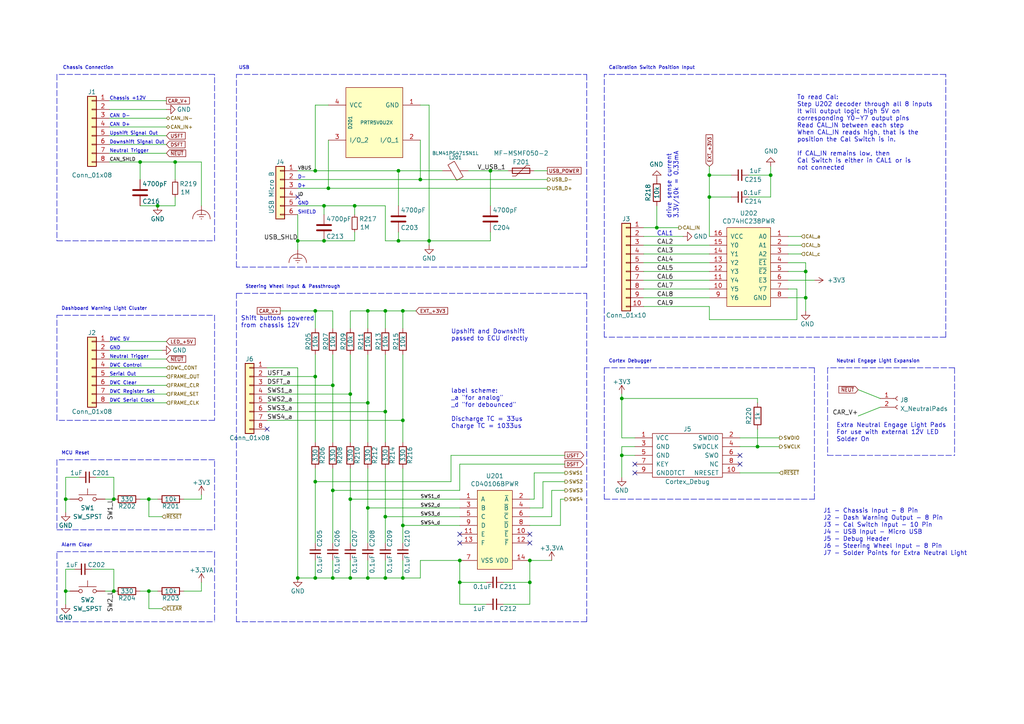
<source format=kicad_sch>
(kicad_sch (version 20211123) (generator eeschema)
  (paper "A4")
  (junction (at 106.68 147.32))
  (junction (at 45.72 59.69))
  (junction (at 43.18 171.45))
  (junction (at 106.68 90.17))
  (junction (at 106.68 167.64))
  (junction (at 33.02 171.45))
  (junction (at 219.71 129.54))
  (junction (at 91.44 90.17))
  (junction (at 93.98 59.69))
  (junction (at 124.46 69.85))
  (junction (at 111.76 119.38))
  (junction (at 111.76 167.64))
  (junction (at 153.67 162.56))
  (junction (at 116.84 167.64))
  (junction (at 115.57 69.85))
  (junction (at 96.52 111.76))
  (junction (at 205.74 50.8))
  (junction (at 101.6 167.64))
  (junction (at 180.34 132.08))
  (junction (at 233.68 86.36))
  (junction (at 116.84 152.4))
  (junction (at 233.68 78.74))
  (junction (at 102.87 59.69))
  (junction (at 19.05 144.78))
  (junction (at 96.52 142.24))
  (junction (at 116.84 121.92))
  (junction (at 91.44 139.7))
  (junction (at 96.52 167.64))
  (junction (at 101.6 144.78))
  (junction (at 43.18 144.78))
  (junction (at 121.92 52.07))
  (junction (at 111.76 90.17))
  (junction (at 180.34 115.57))
  (junction (at 111.76 149.86))
  (junction (at 133.35 162.56))
  (junction (at 95.25 54.61))
  (junction (at 223.52 50.8))
  (junction (at 101.6 114.3))
  (junction (at 116.84 90.17))
  (junction (at 205.74 57.15))
  (junction (at 91.44 49.53))
  (junction (at 19.05 171.45))
  (junction (at 91.44 109.22))
  (junction (at 93.98 69.85))
  (junction (at 142.24 49.53))
  (junction (at 91.44 167.64))
  (junction (at 50.8 46.99))
  (junction (at 40.64 46.99))
  (junction (at 33.02 144.78))
  (junction (at 153.67 168.91))
  (junction (at 115.57 49.53))
  (junction (at 86.36 167.64))
  (junction (at 190.5 66.04))
  (junction (at 86.36 69.85))
  (junction (at 133.35 168.91))
  (junction (at 106.68 116.84))
  (no_connect (at 133.35 157.48))
  (no_connect (at 214.63 132.08))
  (no_connect (at 133.35 154.94))
  (no_connect (at 86.36 57.15))
  (no_connect (at 184.15 134.62))
  (no_connect (at 184.15 137.16))
  (no_connect (at 77.47 124.46))
  (no_connect (at 153.67 154.94))
  (no_connect (at 153.67 157.48))
  (no_connect (at 214.63 134.62))
  (wire (pts (xy 91.44 109.22) (xy 91.44 128.27)))
  (wire (pts (xy 31.75 29.21) (xy 48.26 29.21)))
  (wire (pts (xy 31.75 106.68) (xy 48.26 106.68)))
  (wire (pts (xy 111.76 135.89) (xy 111.76 149.86)))
  (wire (pts (xy 186.69 66.04) (xy 190.5 66.04)))
  (wire (pts (xy 186.69 86.36) (xy 205.74 86.36)))
  (wire (pts (xy 140.97 168.91) (xy 133.35 168.91)))
  (wire (pts (xy 93.98 59.69) (xy 102.87 59.69)))
  (wire (pts (xy 81.28 90.17) (xy 91.44 90.17)))
  (wire (pts (xy 91.44 139.7) (xy 130.81 139.7)))
  (wire (pts (xy 40.64 171.45) (xy 43.18 171.45)))
  (wire (pts (xy 101.6 102.87) (xy 101.6 114.3)))
  (wire (pts (xy 217.17 50.8) (xy 223.52 50.8)))
  (polyline (pts (xy 62.23 160.02) (xy 62.23 180.34)))
  (wire (pts (xy 121.92 52.07) (xy 121.92 40.64)))
  (wire (pts (xy 101.6 90.17) (xy 106.68 90.17)))
  (wire (pts (xy 205.74 57.15) (xy 205.74 50.8)))
  (polyline (pts (xy 274.32 97.79) (xy 274.32 21.59)))
  (polyline (pts (xy 62.23 69.85) (xy 62.23 21.59)))
  (wire (pts (xy 106.68 147.32) (xy 106.68 157.48)))
  (wire (pts (xy 116.84 152.4) (xy 116.84 157.48)))
  (polyline (pts (xy 236.22 144.78) (xy 236.22 106.68)))
  (wire (pts (xy 48.26 99.06) (xy 31.75 99.06)))
  (wire (pts (xy 142.24 59.69) (xy 142.24 49.53)))
  (polyline (pts (xy 16.51 69.85) (xy 62.23 69.85)))
  (wire (pts (xy 121.92 162.56) (xy 133.35 162.56)))
  (wire (pts (xy 231.14 83.82) (xy 231.14 92.71)))
  (wire (pts (xy 58.42 143.51) (xy 58.42 144.78)))
  (wire (pts (xy 101.6 135.89) (xy 101.6 144.78)))
  (wire (pts (xy 86.36 69.85) (xy 86.36 72.39)))
  (wire (pts (xy 106.68 116.84) (xy 106.68 128.27)))
  (wire (pts (xy 226.06 137.16) (xy 214.63 137.16)))
  (wire (pts (xy 77.47 106.68) (xy 86.36 106.68)))
  (wire (pts (xy 154.94 144.78) (xy 154.94 137.16)))
  (wire (pts (xy 154.94 144.78) (xy 153.67 144.78)))
  (wire (pts (xy 163.83 144.78) (xy 162.56 144.78)))
  (wire (pts (xy 130.81 132.08) (xy 130.81 139.7)))
  (wire (pts (xy 101.6 144.78) (xy 133.35 144.78)))
  (wire (pts (xy 58.42 168.91) (xy 58.42 171.45)))
  (wire (pts (xy 205.74 50.8) (xy 212.09 50.8)))
  (wire (pts (xy 95.25 40.64) (xy 95.25 54.61)))
  (wire (pts (xy 231.14 92.71) (xy 205.74 92.71)))
  (wire (pts (xy 106.68 90.17) (xy 106.68 95.25)))
  (polyline (pts (xy 175.26 97.79) (xy 175.26 21.59)))
  (wire (pts (xy 186.69 83.82) (xy 205.74 83.82)))
  (wire (pts (xy 96.52 135.89) (xy 96.52 142.24)))
  (wire (pts (xy 205.74 68.58) (xy 205.74 57.15)))
  (wire (pts (xy 102.87 59.69) (xy 111.76 59.69)))
  (wire (pts (xy 223.52 50.8) (xy 223.52 57.15)))
  (wire (pts (xy 77.47 109.22) (xy 91.44 109.22)))
  (wire (pts (xy 27.94 138.43) (xy 33.02 138.43)))
  (wire (pts (xy 154.94 49.53) (xy 158.75 49.53)))
  (polyline (pts (xy 175.26 144.78) (xy 236.22 144.78)))
  (wire (pts (xy 153.67 152.4) (xy 162.56 152.4)))
  (polyline (pts (xy 68.58 180.34) (xy 68.58 85.09)))
  (wire (pts (xy 190.5 59.69) (xy 190.5 66.04)))
  (wire (pts (xy 121.92 167.64) (xy 116.84 167.64)))
  (wire (pts (xy 31.75 31.75) (xy 48.26 31.75)))
  (polyline (pts (xy 276.86 106.68) (xy 240.03 106.68)))
  (polyline (pts (xy 170.18 85.09) (xy 170.18 180.34)))
  (polyline (pts (xy 175.26 106.68) (xy 175.26 144.78)))
  (wire (pts (xy 186.69 78.74) (xy 205.74 78.74)))
  (wire (pts (xy 86.36 54.61) (xy 95.25 54.61)))
  (wire (pts (xy 77.47 121.92) (xy 116.84 121.92)))
  (wire (pts (xy 133.35 142.24) (xy 133.35 134.62)))
  (wire (pts (xy 91.44 102.87) (xy 91.44 109.22)))
  (wire (pts (xy 96.52 142.24) (xy 133.35 142.24)))
  (wire (pts (xy 226.06 127) (xy 214.63 127)))
  (wire (pts (xy 212.09 57.15) (xy 205.74 57.15)))
  (wire (pts (xy 233.68 86.36) (xy 233.68 78.74)))
  (polyline (pts (xy 16.51 91.44) (xy 62.23 91.44)))
  (wire (pts (xy 184.15 132.08) (xy 180.34 132.08)))
  (wire (pts (xy 140.97 175.26) (xy 133.35 175.26)))
  (wire (pts (xy 186.69 73.66) (xy 205.74 73.66)))
  (wire (pts (xy 86.36 49.53) (xy 91.44 49.53)))
  (wire (pts (xy 96.52 128.27) (xy 96.52 111.76)))
  (wire (pts (xy 19.05 144.78) (xy 19.05 148.59)))
  (wire (pts (xy 77.47 116.84) (xy 106.68 116.84)))
  (wire (pts (xy 45.72 59.69) (xy 50.8 59.69)))
  (wire (pts (xy 31.75 109.22) (xy 48.26 109.22)))
  (wire (pts (xy 163.83 132.08) (xy 130.81 132.08)))
  (wire (pts (xy 19.05 171.45) (xy 19.05 175.26)))
  (polyline (pts (xy 62.23 153.67) (xy 62.23 133.35)))
  (wire (pts (xy 180.34 115.57) (xy 180.34 114.3)))
  (polyline (pts (xy 16.51 153.67) (xy 62.23 153.67)))
  (wire (pts (xy 153.67 168.91) (xy 153.67 175.26)))
  (wire (pts (xy 77.47 114.3) (xy 101.6 114.3)))
  (wire (pts (xy 77.47 111.76) (xy 96.52 111.76)))
  (wire (pts (xy 31.75 116.84) (xy 48.26 116.84)))
  (wire (pts (xy 162.56 144.78) (xy 162.56 152.4)))
  (wire (pts (xy 226.06 129.54) (xy 219.71 129.54)))
  (wire (pts (xy 91.44 167.64) (xy 91.44 162.56)))
  (wire (pts (xy 111.76 149.86) (xy 133.35 149.86)))
  (polyline (pts (xy 16.51 133.35) (xy 16.51 153.67)))
  (wire (pts (xy 91.44 49.53) (xy 115.57 49.53)))
  (wire (pts (xy 31.75 111.76) (xy 48.26 111.76)))
  (polyline (pts (xy 62.23 121.92) (xy 16.51 121.92)))
  (wire (pts (xy 248.92 113.03) (xy 255.27 115.57)))
  (wire (pts (xy 21.59 165.1) (xy 19.05 165.1)))
  (polyline (pts (xy 62.23 133.35) (xy 16.51 133.35)))
  (wire (pts (xy 186.69 76.2) (xy 205.74 76.2)))
  (wire (pts (xy 86.36 69.85) (xy 93.98 69.85)))
  (polyline (pts (xy 240.03 132.08) (xy 276.86 132.08)))
  (wire (pts (xy 223.52 48.26) (xy 223.52 50.8)))
  (wire (pts (xy 50.8 57.15) (xy 50.8 59.69)))
  (wire (pts (xy 121.92 167.64) (xy 121.92 162.56)))
  (wire (pts (xy 160.02 142.24) (xy 163.83 142.24)))
  (wire (pts (xy 180.34 127) (xy 180.34 115.57)))
  (wire (pts (xy 102.87 67.31) (xy 102.87 69.85)))
  (wire (pts (xy 233.68 76.2) (xy 228.6 76.2)))
  (wire (pts (xy 93.98 62.23) (xy 93.98 59.69)))
  (wire (pts (xy 116.84 135.89) (xy 116.84 152.4)))
  (wire (pts (xy 95.25 30.48) (xy 91.44 30.48)))
  (wire (pts (xy 40.64 144.78) (xy 43.18 144.78)))
  (wire (pts (xy 102.87 62.23) (xy 102.87 59.69)))
  (wire (pts (xy 233.68 86.36) (xy 228.6 86.36)))
  (polyline (pts (xy 236.22 106.68) (xy 175.26 106.68)))
  (wire (pts (xy 58.42 59.69) (xy 58.42 46.99)))
  (wire (pts (xy 111.76 90.17) (xy 111.76 95.25)))
  (wire (pts (xy 116.84 90.17) (xy 116.84 95.25)))
  (wire (pts (xy 205.74 92.71) (xy 205.74 88.9)))
  (wire (pts (xy 30.48 171.45) (xy 33.02 171.45)))
  (polyline (pts (xy 274.32 21.59) (xy 175.26 21.59)))
  (wire (pts (xy 43.18 176.53) (xy 46.99 176.53)))
  (wire (pts (xy 91.44 139.7) (xy 91.44 157.48)))
  (wire (pts (xy 19.05 165.1) (xy 19.05 171.45)))
  (polyline (pts (xy 16.51 121.92) (xy 16.51 91.44)))
  (polyline (pts (xy 16.51 180.34) (xy 62.23 180.34)))
  (wire (pts (xy 111.76 59.69) (xy 111.76 69.85)))
  (wire (pts (xy 153.67 149.86) (xy 160.02 149.86)))
  (wire (pts (xy 111.76 162.56) (xy 111.76 167.64)))
  (wire (pts (xy 86.36 59.69) (xy 93.98 59.69)))
  (wire (pts (xy 111.76 167.64) (xy 106.68 167.64)))
  (wire (pts (xy 48.26 36.83) (xy 31.75 36.83)))
  (wire (pts (xy 106.68 135.89) (xy 106.68 147.32)))
  (wire (pts (xy 101.6 162.56) (xy 101.6 167.64)))
  (wire (pts (xy 106.68 162.56) (xy 106.68 167.64)))
  (wire (pts (xy 86.36 52.07) (xy 121.92 52.07)))
  (wire (pts (xy 228.6 78.74) (xy 233.68 78.74)))
  (wire (pts (xy 121.92 52.07) (xy 158.75 52.07)))
  (wire (pts (xy 184.15 129.54) (xy 180.34 129.54)))
  (polyline (pts (xy 16.51 180.34) (xy 16.51 160.02)))
  (polyline (pts (xy 170.18 180.34) (xy 68.58 180.34)))
  (wire (pts (xy 228.6 71.12) (xy 232.41 71.12)))
  (wire (pts (xy 198.12 68.58) (xy 186.69 68.58)))
  (wire (pts (xy 196.85 66.04) (xy 190.5 66.04)))
  (wire (pts (xy 50.8 46.99) (xy 50.8 52.07)))
  (wire (pts (xy 124.46 30.48) (xy 124.46 69.85)))
  (wire (pts (xy 116.84 152.4) (xy 133.35 152.4)))
  (wire (pts (xy 133.35 134.62) (xy 163.83 134.62)))
  (polyline (pts (xy 62.23 91.44) (xy 62.23 121.92)))
  (wire (pts (xy 115.57 67.31) (xy 115.57 69.85)))
  (wire (pts (xy 40.64 46.99) (xy 50.8 46.99)))
  (wire (pts (xy 111.76 69.85) (xy 115.57 69.85)))
  (wire (pts (xy 111.76 102.87) (xy 111.76 119.38)))
  (wire (pts (xy 91.44 30.48) (xy 91.44 49.53)))
  (wire (pts (xy 186.69 71.12) (xy 205.74 71.12)))
  (wire (pts (xy 101.6 90.17) (xy 101.6 95.25)))
  (wire (pts (xy 219.71 124.46) (xy 219.71 129.54)))
  (polyline (pts (xy 276.86 106.68) (xy 276.86 132.08)))
  (wire (pts (xy 111.76 90.17) (xy 116.84 90.17)))
  (wire (pts (xy 93.98 69.85) (xy 102.87 69.85)))
  (wire (pts (xy 120.65 90.17) (xy 116.84 90.17)))
  (wire (pts (xy 48.26 39.37) (xy 31.75 39.37)))
  (wire (pts (xy 101.6 167.64) (xy 96.52 167.64)))
  (wire (pts (xy 31.75 46.99) (xy 40.64 46.99)))
  (wire (pts (xy 31.75 34.29) (xy 48.26 34.29)))
  (polyline (pts (xy 68.58 85.09) (xy 170.18 85.09)))
  (wire (pts (xy 232.41 73.66) (xy 228.6 73.66)))
  (wire (pts (xy 232.41 68.58) (xy 228.6 68.58)))
  (wire (pts (xy 43.18 171.45) (xy 45.72 171.45)))
  (wire (pts (xy 186.69 88.9) (xy 205.74 88.9)))
  (wire (pts (xy 233.68 90.17) (xy 233.68 86.36)))
  (wire (pts (xy 106.68 90.17) (xy 111.76 90.17)))
  (wire (pts (xy 146.05 168.91) (xy 153.67 168.91)))
  (wire (pts (xy 133.35 175.26) (xy 133.35 168.91)))
  (wire (pts (xy 43.18 171.45) (xy 43.18 176.53)))
  (wire (pts (xy 124.46 69.85) (xy 124.46 71.12)))
  (polyline (pts (xy 170.18 21.59) (xy 170.18 77.47)))
  (wire (pts (xy 91.44 139.7) (xy 91.44 135.89)))
  (polyline (pts (xy 16.51 160.02) (xy 62.23 160.02)))
  (wire (pts (xy 53.34 171.45) (xy 58.42 171.45)))
  (wire (pts (xy 219.71 116.84) (xy 219.71 115.57)))
  (wire (pts (xy 91.44 90.17) (xy 91.44 95.25)))
  (wire (pts (xy 96.52 90.17) (xy 96.52 95.25)))
  (wire (pts (xy 96.52 167.64) (xy 91.44 167.64)))
  (wire (pts (xy 86.36 62.23) (xy 86.36 69.85)))
  (wire (pts (xy 96.52 162.56) (xy 96.52 167.64)))
  (wire (pts (xy 101.6 144.78) (xy 101.6 157.48)))
  (wire (pts (xy 96.52 111.76) (xy 96.52 102.87)))
  (wire (pts (xy 31.75 114.3) (xy 48.26 114.3)))
  (wire (pts (xy 153.67 162.56) (xy 160.02 162.56)))
  (wire (pts (xy 31.75 41.91) (xy 48.26 41.91)))
  (wire (pts (xy 20.32 171.45) (xy 19.05 171.45)))
  (wire (pts (xy 96.52 157.48) (xy 96.52 142.24)))
  (wire (pts (xy 30.48 144.78) (xy 33.02 144.78)))
  (wire (pts (xy 33.02 165.1) (xy 33.02 171.45)))
  (wire (pts (xy 228.6 83.82) (xy 231.14 83.82)))
  (wire (pts (xy 106.68 102.87) (xy 106.68 116.84)))
  (wire (pts (xy 77.47 119.38) (xy 111.76 119.38)))
  (wire (pts (xy 205.74 48.26) (xy 205.74 50.8)))
  (wire (pts (xy 115.57 49.53) (xy 115.57 59.69)))
  (wire (pts (xy 106.68 167.64) (xy 101.6 167.64)))
  (wire (pts (xy 86.36 106.68) (xy 86.36 167.64)))
  (wire (pts (xy 116.84 121.92) (xy 116.84 128.27)))
  (wire (pts (xy 26.67 165.1) (xy 33.02 165.1)))
  (wire (pts (xy 115.57 69.85) (xy 124.46 69.85)))
  (wire (pts (xy 186.69 81.28) (xy 205.74 81.28)))
  (wire (pts (xy 121.92 30.48) (xy 124.46 30.48)))
  (wire (pts (xy 180.34 129.54) (xy 180.34 132.08)))
  (wire (pts (xy 116.84 167.64) (xy 111.76 167.64)))
  (wire (pts (xy 33.02 138.43) (xy 33.02 144.78)))
  (wire (pts (xy 219.71 115.57) (xy 180.34 115.57)))
  (wire (pts (xy 236.22 81.28) (xy 228.6 81.28)))
  (wire (pts (xy 157.48 139.7) (xy 163.83 139.7)))
  (wire (pts (xy 111.76 119.38) (xy 111.76 128.27)))
  (wire (pts (xy 19.05 144.78) (xy 20.32 144.78)))
  (wire (pts (xy 153.67 147.32) (xy 157.48 147.32)))
  (wire (pts (xy 40.64 46.99) (xy 40.64 52.07)))
  (wire (pts (xy 43.18 149.86) (xy 46.99 149.86)))
  (wire (pts (xy 233.68 78.74) (xy 233.68 76.2)))
  (wire (pts (xy 115.57 49.53) (xy 128.27 49.53)))
  (polyline (pts (xy 68.58 77.47) (xy 68.58 21.59)))
  (wire (pts (xy 91.44 90.17) (xy 96.52 90.17)))
  (wire (pts (xy 124.46 69.85) (xy 142.24 69.85)))
  (wire (pts (xy 106.68 147.32) (xy 133.35 147.32)))
  (wire (pts (xy 53.34 144.78) (xy 58.42 144.78)))
  (wire (pts (xy 43.18 144.78) (xy 45.72 144.78)))
  (wire (pts (xy 19.05 144.78) (xy 19.05 138.43)))
  (wire (pts (xy 95.25 54.61) (xy 158.75 54.61)))
  (wire (pts (xy 133.35 168.91) (xy 133.35 162.56)))
  (wire (pts (xy 19.05 138.43) (xy 22.86 138.43)))
  (wire (pts (xy 142.24 69.85) (xy 142.24 67.31)))
  (wire (pts (xy 219.71 129.54) (xy 214.63 129.54)))
  (wire (pts (xy 40.64 59.69) (xy 45.72 59.69)))
  (wire (pts (xy 116.84 162.56) (xy 116.84 167.64)))
  (wire (pts (xy 116.84 102.87) (xy 116.84 121.92)))
  (wire (pts (xy 180.34 132.08) (xy 180.34 138.43)))
  (polyline (pts (xy 240.03 106.68) (xy 240.03 132.08)))
  (wire (pts (xy 101.6 114.3) (xy 101.6 128.27)))
  (wire (pts (xy 157.48 147.32) (xy 157.48 139.7)))
  (wire (pts (xy 58.42 46.99) (xy 50.8 46.99)))
  (wire (pts (xy 43.18 144.78) (xy 43.18 149.86)))
  (wire (pts (xy 154.94 137.16) (xy 163.83 137.16)))
  (wire (pts (xy 142.24 49.53) (xy 147.32 49.53)))
  (wire (pts (xy 153.67 175.26) (xy 146.05 175.26)))
  (wire (pts (xy 248.92 120.65) (xy 255.27 118.11)))
  (wire (pts (xy 153.67 162.56) (xy 153.67 168.91)))
  (wire (pts (xy 217.17 57.15) (xy 223.52 57.15)))
  (wire (pts (xy 184.15 127) (xy 180.34 127)))
  (wire (pts (xy 48.26 44.45) (xy 31.75 44.45)))
  (polyline (pts (xy 16.51 21.59) (xy 16.51 69.85)))
  (polyline (pts (xy 62.23 21.59) (xy 16.51 21.59)))
  (wire (pts (xy 111.76 149.86) (xy 111.76 157.48)))
  (polyline (pts (xy 274.32 97.79) (xy 175.26 97.79)))
  (polyline (pts (xy 68.58 21.59) (xy 170.18 21.59)))
  (polyline (pts (xy 170.18 77.47) (xy 68.58 77.47)))
  (wire (pts (xy 86.36 167.64) (xy 91.44 167.64)))
  (wire (pts (xy 160.02 149.86) (xy 160.02 142.24)))
  (wire (pts (xy 31.75 101.6) (xy 46.99 101.6)))
  (wire (pts (xy 135.89 49.53) (xy 142.24 49.53)))
  (wire (pts (xy 31.75 104.14) (xy 48.26 104.14)))
  (text "D+" (at 86.36 54.61 0) (effects (font (size 0.9906 0.9906)) (justify left bottom)))
  (text "To read Cal:\nStep U202 decoder through all 8 inputs\nIt will output logic high 5V on\ncorresponding Y0-Y7 output pins\nRead CAL_IN between each step\nWhen CAL_IN reads high, that is the\nposition the Cal Switch is in.\n\nIf CAL_IN remains low, then\nCal Switch is either in CAL1 or is\nnot connected" (at 231.14 49.53 0) (effects (font (size 1.27 1.27)) (justify left bottom)))
  (text "Alarm Clear" (at 17.78 158.75 0) (effects (font (size 0.9906 0.9906)) (justify left bottom)))
  (text "DWC Clear" (at 31.75 111.76 0) (effects (font (size 0.9906 0.9906)) (justify left bottom)))
  (text "Neutral Engage Light Expansion" (at 242.57 105.41 0) (effects (font (size 0.9906 0.9906)) (justify left bottom)))
  (text "Downshift Signal Out" (at 31.75 41.91 0) (effects (font (size 0.9906 0.9906)) (justify left bottom)))
  (text "Cortex Debugger" (at 176.53 105.41 0) (effects (font (size 0.9906 0.9906)) (justify left bottom)))
  (text "Serial Out" (at 31.75 109.22 0) (effects (font (size 0.9906 0.9906)) (justify left bottom)))
  (text "label scheme:\n_a \"for analog\"\n_d \"for debounced\"\n\nDischarge TC = 33us\nCharge TC = 1033us" (at 130.81 124.46 0) (effects (font (size 1.27 1.27)) (justify left bottom)))
  (text "Chassis Connection" (at 33.02 20.32 180) (effects (font (size 0.9906 0.9906)) (justify right bottom)))
  (text "CAL1" (at 190.5 68.58 0) (effects (font (size 1.27 1.27)) (justify left bottom)))
  (text "DWC Control" (at 31.75 106.68 0) (effects (font (size 0.9906 0.9906)) (justify left bottom)))
  (text "Upshift and Downshift\npassed to ECU directly" (at 130.81 99.06 0) (effects (font (size 1.27 1.27)) (justify left bottom)))
  (text "Dashboard Warning Light Cluster" (at 17.78 90.17 0) (effects (font (size 0.9906 0.9906)) (justify left bottom)))
  (text "Neutral Trigger" (at 31.75 104.14 0) (effects (font (size 0.9906 0.9906)) (justify left bottom)))
  (text "D-" (at 86.36 52.07 0) (effects (font (size 0.9906 0.9906)) (justify left bottom)))
  (text "DWC Serial Clock" (at 31.75 116.84 0) (effects (font (size 0.9906 0.9906)) (justify left bottom)))
  (text "GND" (at 86.36 59.69 0) (effects (font (size 0.9906 0.9906)) (justify left bottom)))
  (text "Upshift Signal Out" (at 31.75 39.37 0) (effects (font (size 0.9906 0.9906)) (justify left bottom)))
  (text "GND" (at 31.75 101.6 0) (effects (font (size 0.9906 0.9906)) (justify left bottom)))
  (text "Extra Neutral Engage Light Pads\nFor use with external 12V LED\nSolder On" (at 242.57 128.27 0) (effects (font (size 1.27 1.27)) (justify left bottom)))
  (text "Shift buttons powered\nfrom chassis 12V" (at 69.85 95.25 0) (effects (font (size 1.27 1.27)) (justify left bottom)))
  (text "DWC Register Set" (at 31.75 114.3 0) (effects (font (size 0.9906 0.9906)) (justify left bottom)))
  (text "J1 - Chassis Input - 8 Pin\nJ2 - Dash Warning Output - 8 Pin\nJ3 - Cal Switch Input - 10 Pin\nJ4 - USB Input - Micro USB\nJ5 - Debug Header\nJ6 - Steering Wheel Input - 8 Pin\nJ7 - Solder Points for Extra Neutral Light" (at 238.76 161.29 0) (effects (font (size 1.27 1.27)) (justify left bottom)))
  (text "DWC 5V" (at 31.75 99.06 0) (effects (font (size 0.9906 0.9906)) (justify left bottom)))
  (text "USB" (at 72.39 20.32 180) (effects (font (size 0.9906 0.9906)) (justify right bottom)))
  (text "drive sense current\n3.3V/10k = 0.33mA" (at 196.85 63.5 90) (effects (font (size 1.27 1.27)) (justify left bottom)))
  (text "Steering Wheel Input & Passthrough" (at 71.12 83.82 0) (effects (font (size 0.9906 0.9906)) (justify left bottom)))
  (text "Neutral Trigger" (at 31.75 44.45 0) (effects (font (size 0.9906 0.9906)) (justify left bottom)))
  (text "SHIELD" (at 86.36 62.23 0) (effects (font (size 0.9906 0.9906)) (justify left bottom)))
  (text "Chassis +12V" (at 31.75 29.21 0) (effects (font (size 0.9906 0.9906)) (justify left bottom)))
  (text "CAN D+" (at 31.75 36.83 0) (effects (font (size 0.9906 0.9906)) (justify left bottom)))
  (text "MCU Reset" (at 17.78 132.08 0) (effects (font (size 0.9906 0.9906)) (justify left bottom)))
  (text "Calibration Switch Position Input" (at 176.53 20.32 0) (effects (font (size 0.9906 0.9906)) (justify left bottom)))
  (text "CAN D-" (at 31.75 34.29 0) (effects (font (size 0.9906 0.9906)) (justify left bottom)))
  (label "SWS4_d" (at 121.92 152.4 0) (effects (font (size 0.9906 0.9906))))
  (label "SWS3_d" (at 121.92 149.86 0) (effects (font (size 0.9906 0.9906))))
  (label "CAL9" (at 190.5 88.9 0))
  (label "CAN_SHLD" (at 39.37 46.99 180) (effects (font (size 0.9906 0.9906))))
  (label "CAL4" (at 190.5 76.2 0))
  (label "DSFT_a" (at 77.47 111.76 0))
  (label "CAL3" (at 190.5 73.66 0))
  (label "SW2_L" (at 33.02 171.45 270))
  (label "SWS2_d" (at 121.92 147.32 0) (effects (font (size 0.9906 0.9906))))
  (label "CAL2" (at 190.5 71.12 0))
  (label "CAL6" (at 190.5 81.28 0))
  (label "USB_SHLD" (at 86.36 69.85 180))
  (label "SWS1_d" (at 121.92 144.78 0) (effects (font (size 0.9906 0.9906))))
  (label "SWS4_a" (at 77.47 121.92 0))
  (label "CAL5" (at 190.5 78.74 0))
  (label "V_USB_1" (at 138.43 49.53 0))
  (label "VBUS" (at 86.36 49.53 0) (effects (font (size 0.9906 0.9906))))
  (label "SW1_L" (at 33.02 144.78 270))
  (label "ID" (at 86.36 57.15 0) (effects (font (size 0.9906 0.9906))))
  (label "CAL8" (at 190.5 86.36 0))
  (label "SWS1_a" (at 77.47 114.3 0))
  (label "CAR_V+" (at 248.92 120.65 180))
  (label "SWS2_a" (at 77.47 116.84 0))
  (label "SWS3_a" (at 77.47 119.38 0))
  (label "USFT_a" (at 77.47 109.22 0))
  (label "CAL7" (at 190.5 83.82 0))
  (global_label "~{NEUT}" (shape input) (at 248.92 113.03 180) (effects (font (size 0.9906 0.9906))) (property "Intersheet References" "${INTERSHEET_REFS}" (effects hide)))
  (global_label "EXT_+3V3" (shape input) (at 120.65 90.17 0) (effects (font (size 0.9906 0.9906))) (property "Intersheet References" "${INTERSHEET_REFS}" (effects hide)))
  (global_label "USFT" (shape input) (at 48.26 39.37 0) (effects (font (size 0.9906 0.9906))) (property "Intersheet References" "${INTERSHEET_REFS}" (effects hide)))
  (global_label "USFT" (shape output) (at 163.83 132.08 0) (effects (font (size 0.9906 0.9906))) (property "Intersheet References" "${INTERSHEET_REFS}" (effects hide)))
  (global_label "~{NEUT}" (shape input) (at 48.26 44.45 0) (effects (font (size 0.9906 0.9906))) (property "Intersheet References" "${INTERSHEET_REFS}" (effects hide)))
  (global_label "USB_POWER" (shape passive) (at 158.75 49.53 0) (effects (font (size 0.9906 0.9906))) (property "Intersheet References" "${INTERSHEET_REFS}" (effects hide)))
  (global_label "EXT_+3V3" (shape input) (at 205.74 48.26 90) (effects (font (size 0.9906 0.9906))) (property "Intersheet References" "${INTERSHEET_REFS}" (effects hide)))
  (global_label "LED_+5V" (shape input) (at 48.26 99.06 0) (effects (font (size 0.9906 0.9906))) (property "Intersheet References" "${INTERSHEET_REFS}" (effects hide)))
  (global_label "DSFT" (shape output) (at 163.83 134.62 0) (effects (font (size 0.9906 0.9906))) (property "Intersheet References" "${INTERSHEET_REFS}" (effects hide)))
  (global_label "CAR_V+" (shape passive) (at 48.26 29.21 0) (effects (font (size 0.9906 0.9906))) (property "Intersheet References" "${INTERSHEET_REFS}" (effects hide)))
  (global_label "DSFT" (shape input) (at 48.26 41.91 0) (effects (font (size 0.9906 0.9906))) (property "Intersheet References" "${INTERSHEET_REFS}" (effects hide)))
  (global_label "~{NEUT}" (shape input) (at 48.26 104.14 0) (effects (font (size 0.9906 0.9906))) (property "Intersheet References" "${INTERSHEET_REFS}" (effects hide)))
  (global_label "CAR_V+" (shape passive) (at 81.28 90.17 180) (effects (font (size 0.9906 0.9906))) (property "Intersheet References" "${INTERSHEET_REFS}" (effects hide)))
  (hierarchical_label "USB_D+" (shape output) (at 158.75 54.61 0) (effects (font (size 0.9906 0.9906))))
  (hierarchical_label "DWC_CONT" (shape input) (at 48.26 106.68 0) (effects (font (size 0.9906 0.9906))))
  (hierarchical_label "CAL_a" (shape input) (at 232.41 68.58 0) (effects (font (size 0.9906 0.9906))))
  (hierarchical_label "CAL_IN" (shape output) (at 196.85 66.04 0) (effects (font (size 0.9906 0.9906))))
  (hierarchical_label "SWS3" (shape output) (at 163.83 142.24 0) (effects (font (size 0.9906 0.9906))))
  (hierarchical_label "SWDIO" (shape output) (at 226.06 127 0) (effects (font (size 0.9906 0.9906))))
  (hierarchical_label "~{RESET}" (shape input) (at 226.06 137.16 0) (effects (font (size 0.9906 0.9906))))
  (hierarchical_label "FRAME_SET" (shape input) (at 48.26 114.3 0) (effects (font (size 0.9906 0.9906))))
  (hierarchical_label "SWS1" (shape output) (at 163.83 137.16 0) (effects (font (size 0.9906 0.9906))))
  (hierarchical_label "CAN_IN+" (shape bidirectional) (at 48.26 36.83 0) (effects (font (size 0.9906 0.9906))))
  (hierarchical_label "FRAME_CLR" (shape input) (at 48.26 111.76 0) (effects (font (size 0.9906 0.9906))))
  (hierarchical_label "CAL_c" (shape input) (at 232.41 73.66 0) (effects (font (size 0.9906 0.9906))))
  (hierarchical_label "FRAME_CLK" (shape input) (at 48.26 116.84 0) (effects (font (size 0.9906 0.9906))))
  (hierarchical_label "FRAME_OUT" (shape input) (at 48.26 109.22 0) (effects (font (size 0.9906 0.9906))))
  (hierarchical_label "CAN_IN-" (shape bidirectional) (at 48.26 34.29 0) (effects (font (size 0.9906 0.9906))))
  (hierarchical_label "SWS4" (shape output) (at 163.83 144.78 0) (effects (font (size 0.9906 0.9906))))
  (hierarchical_label "SWS2" (shape output) (at 163.83 139.7 0) (effects (font (size 0.9906 0.9906))))
  (hierarchical_label "USB_D-" (shape output) (at 158.75 52.07 0) (effects (font (size 0.9906 0.9906))))
  (hierarchical_label "SWCLK" (shape output) (at 226.06 129.54 0) (effects (font (size 0.9906 0.9906))))
  (hierarchical_label "~{CLEAR}" (shape input) (at 46.99 176.53 0) (effects (font (size 0.9906 0.9906))))
  (hierarchical_label "~{RESET}" (shape input) (at 46.99 149.86 0) (effects (font (size 0.9906 0.9906))))
  (hierarchical_label "CAL_b" (shape input) (at 232.41 71.12 0) (effects (font (size 0.9906 0.9906))))
  (symbol (lib_id "Connector_Generic:Conn_01x08") (at 26.67 36.83 0) (mirror y) (unit 1)
    (property "Reference" "J1" (at 26.67 26.67 0))
    (property "Value" "Conn_01x08" (at 26.67 50.8 0))
    (property "Datasheet" "https://media.digikey.com/pdf/Data%20Sheets/Molex%20PDFs/171856,57_Brief.pdf" (effects hide))
    (property "Description" "CONN HEADER R/A 8POS 2.54MM" (effects hide))
    (property "Manufacturer" "Molex" (effects hide))
    (property "Part Number" "1718571008" (effects hide))
    (property "Digikey P/N" "WM10303-ND" (effects hide))
  )
  (symbol (lib_id "power:GND") (at 48.26 31.75 90) (unit 1)
    (property "Reference" "#PWR0204" (effects hide))
    (property "Value" "GND" (at 53.34 31.75 90))
  )
  (symbol (lib_id "Connector_Generic:Conn_01x08") (at 26.67 106.68 0) (mirror y) (unit 1)
    (property "Reference" "J2" (at 26.67 96.52 0))
    (property "Value" "Conn_01x08" (at 26.67 119.38 0))
    (property "Datasheet" "https://media.digikey.com/pdf/Data%20Sheets/Molex%20PDFs/171856,57_Brief.pdf" (effects hide))
    (property "Description" "CONN HEADER R/A 8POS 2.54MM" (effects hide))
    (property "Manufacturer" "Molex" (effects hide))
    (property "Part Number" "1718571008" (effects hide))
    (property "Digikey P/N" "WM10303-ND" (effects hide))
  )
  (symbol (lib_id "power:GND") (at 46.99 101.6 90) (unit 1)
    (property "Reference" "#PWR0203" (effects hide))
    (property "Value" "GND" (at 52.07 101.6 90))
  )
  (symbol (lib_id "power:GND") (at 19.05 148.59 0) (unit 1)
    (property "Reference" "#PWR0201" (effects hide))
    (property "Value" "GND" (at 19.05 152.4 0))
  )
  (symbol (lib_id "power:GND") (at 19.05 175.26 0) (unit 1)
    (property "Reference" "#PWR0202" (effects hide))
    (property "Value" "GND" (at 19.05 179.07 0))
  )
  (symbol (lib_id "Device:R") (at 49.53 171.45 270) (unit 1)
    (property "Reference" "R203" (at 49.53 173.482 90))
    (property "Value" "10k" (at 49.53 171.45 90))
    (property "Datasheet" "https://www.seielect.com/catalog/sei-rmcf_rmcp.pdf" (effects hide))
    (property "Description" "RES 10K OHM 5% 1/10W 0603" (effects hide))
    (property "Manufacturer" "Stackpole" (effects hide))
    (property "Part Number" "RMCF0603JT10K0" (effects hide))
    (property "Digikey P/N" "RMCF0603JT10K0CT-ND" (effects hide))
  )
  (symbol (lib_id "Device:R") (at 36.83 171.45 270) (unit 1)
    (property "Reference" "R204" (at 36.83 173.482 90))
    (property "Value" "330" (at 36.83 171.45 90))
    (property "Datasheet" "https://www.seielect.com/catalog/sei-rmcf_rmcp.pdf" (effects hide))
    (property "Description" "RES 330 OHM 5% 1/10W 0603" (effects hide))
    (property "Manufacturer" "Stackpole" (effects hide))
    (property "Part Number" "RMCF0603JT330R" (effects hide))
    (property "Digikey P/N" "RMCF0603JT330RCT-ND" (effects hide))
  )
  (symbol (lib_id "power:+3.3V") (at 58.42 143.51 0) (unit 1)
    (property "Reference" "#PWR0205" (effects hide))
    (property "Value" "+3.3V" (at 58.42 139.954 0))
  )
  (symbol (lib_id "FSAE-Main-Panel-rescue:Conn_01x06-conn") (at 81.28 54.61 0) (mirror y) (unit 1)
    (property "Reference" "J4" (at 81.28 46.99 0))
    (property "Value" "USB Micro B" (at 78.74 55.88 90))
    (property "Datasheet" "https://www.amphenol-icc.com/media/wysiwyg/files/drawing/10118192.pdf" (effects hide))
    (property "Description" "CONN RCPT USB2.0 MICRO B SMD R/A" (effects hide))
    (property "Manufacturer" "Amphenol" (effects hide))
    (property "Part Number" "10118192-0001LF" (effects hide))
    (property "Digikey P/N" "609-4613-1-ND" (effects hide))
  )
  (symbol (lib_id "power:GND") (at 124.46 71.12 0) (mirror y) (unit 1)
    (property "Reference" "#PWR0209" (effects hide))
    (property "Value" "GND" (at 124.46 74.93 0))
  )
  (symbol (lib_id "FSAE-Main-Panel-rescue:Ferrite_Bead-Device") (at 132.08 49.53 270) (mirror x) (unit 1)
    (property "Reference" "L201" (at 132.08 45.72 90) (effects (font (size 0.9906 0.9906))))
    (property "Value" "BLM41PG471SN1L" (at 132.08 44.45 90) (effects (font (size 0.9906 0.9906))))
    (property "Datasheet" "https://www.murata.com/en-us/products/productdata/8796739862558/ENFA0007.pdf" (effects hide))
    (property "Description" "FERRITE BEAD 470 OHM 1806 1LN" (effects hide))
    (property "Part Number" "BLM41PG471SN1L" (effects hide))
    (property "Digikey P/N" "490-1060-1-ND" (effects hide))
    (property "Manufacturer" "Murata" (effects hide))
  )
  (symbol (lib_id "Device:C") (at 115.57 63.5 0) (mirror x) (unit 1)
    (property "Reference" "C203" (at 116.205 66.04 0) (effects (justify left)))
    (property "Value" "4700pF" (at 116.205 60.96 0) (effects (justify left)))
    (property "Datasheet" "https://api.kemet.com/component-edge/download/specsheet/C0603C472K5RACAUTO.pdf" (effects hide))
    (property "Description" "CAP CER 4700PF 50V X7R 0603" (effects hide))
    (property "Manufacturer" "KEMET" (effects hide))
    (property "Part Number" "C0603C472K5RACAUTO" (effects hide))
    (property "Digikey P/N" "399-6896-1-ND" (effects hide))
  )
  (symbol (lib_id "Device:C") (at 142.24 63.5 0) (mirror x) (unit 1)
    (property "Reference" "C204" (at 142.875 66.04 0) (effects (justify left)))
    (property "Value" "4700pF" (at 142.875 60.96 0) (effects (justify left)))
    (property "Datasheet" "https://api.kemet.com/component-edge/download/specsheet/C0603C472K5RACAUTO.pdf" (effects hide))
    (property "Description" "CAP CER 4700PF 50V X7R 0603" (effects hide))
    (property "Manufacturer" "KEMET" (effects hide))
    (property "Part Number" "C0603C472K5RACAUTO" (effects hide))
    (property "Digikey P/N" "399-6896-1-ND" (effects hide))
  )
  (symbol (lib_id "prtr5v0u2x:PRTR5V0U2X") (at 109.22 35.56 90) (mirror x) (unit 1)
    (property "Reference" "D201" (at 101.6 35.56 0) (effects (font (size 0.9906 0.9906))))
    (property "Value" "PRTR5V0U2X" (at 109.22 35.56 90) (effects (font (size 0.9906 0.9906))))
    (property "Datasheet" "https://assets.nexperia.com/documents/data-sheet/PRTR5V0U2X.pdf" (effects hide))
    (property "Description" "ESD Protection Diode" (effects hide))
    (property "Part Number" "PRTR5V0U2X,215" (effects hide))
    (property "Manufacturer" "Nexperia" (effects hide))
    (property "Digikey P/N" "1727-3884-1-ND" (effects hide))
  )
  (symbol (lib_id "Device:Polyfuse") (at 151.13 49.53 270) (unit 1)
    (property "Reference" "F201" (at 151.13 46.99 90))
    (property "Value" "MF-MSMF050-2" (at 151.13 44.45 90))
    (property "Datasheet" "https://www.bourns.com/docs/Product-Datasheets/mfmsmf.pdf" (effects hide))
    (property "Description" "500mA Resettable Fuse 1812" (effects hide))
    (property "Part Number" "MF-MSMF050-2" (effects hide))
    (property "Manufacturer" "Bourns" (effects hide))
    (property "Digikey P/N" "IRLML6402PBFCT-ND" (effects hide))
  )
  (symbol (lib_id "cortex_debug:Cortex_Debug") (at 199.39 132.08 0) (unit 1)
    (property "Reference" "J5" (at 199.39 124.46 0))
    (property "Value" "Cortex_Debug" (at 199.39 139.7 0))
    (property "Datasheet" "https://cdn.amphenol-icc.com/media/wysiwyg/files/drawing/20021111.pdf" (effects hide))
    (property "Description" "CONN HEADER VERT 10POS 1.27MM" (effects hide))
    (property "Manufacturer" "Amphenol" (effects hide))
    (property "Part Number" "20021111-00010T4LF" (effects hide))
    (property "Digikey P/N" "609-3712-ND" (effects hide))
  )
  (symbol (lib_id "power:+3.3V") (at 180.34 114.3 0) (unit 1)
    (property "Reference" "#PWR0207" (effects hide))
    (property "Value" "+3.3V" (at 180.34 110.744 0))
  )
  (symbol (lib_id "power:GND") (at 180.34 138.43 0) (unit 1)
    (property "Reference" "#PWR0208" (effects hide))
    (property "Value" "GND" (at 180.34 142.24 0))
  )
  (symbol (lib_id "Connector_Generic:Conn_01x10") (at 181.61 76.2 0) (mirror y) (unit 1)
    (property "Reference" "J3" (at 181.61 63.5 0))
    (property "Value" "Conn_01x10" (at 181.61 91.44 0))
    (property "Datasheet" "https://media.digikey.com/pdf/Data%20Sheets/Molex%20PDFs/171856,57_Brief.pdf" (effects hide))
    (property "Description" "CONN HEADER R/A 10POS 2.54MM" (effects hide))
    (property "Manufacturer" "Molex" (effects hide))
    (property "Part Number" "0022122104" (effects hide))
    (property "Digikey P/N" "WM2719-ND" (effects hide))
  )
  (symbol (lib_id "Connector_Generic:Conn_01x08") (at 72.39 114.3 0) (mirror y) (unit 1)
    (property "Reference" "J6" (at 72.39 104.14 0))
    (property "Value" "Conn_01x08" (at 72.39 127 0))
    (property "Datasheet" "https://media.digikey.com/pdf/Data%20Sheets/Molex%20PDFs/171856,57_Brief.pdf" (effects hide))
    (property "Description" "CONN HEADER R/A 8POS 2.54MM" (effects hide))
    (property "Manufacturer" "Molex" (effects hide))
    (property "Part Number" "1718571008" (effects hide))
    (property "Digikey P/N" "WM10303-ND" (effects hide))
  )
  (symbol (lib_id "Device:C_Small") (at 116.84 160.02 0) (unit 1)
    (property "Reference" "C210" (at 118.11 158.75 90) (effects (justify left)))
    (property "Value" "0.1uF" (at 118.11 166.37 90) (effects (justify left)))
    (property "Datasheet" "https://api.kemet.com/component-edge/download/specsheet/C0603C104K5RACAUTO.pdf" (effects hide))
    (property "Description" "CAP CER 0.1UF 50V X7R 0603" (effects hide))
    (property "Manufacturer" "KEMET" (effects hide))
    (property "Part Number" "C0603C104K5RACAUTO" (effects hide))
    (property "Digikey P/N" "399-6856-1-ND" (effects hide))
  )
  (symbol (lib_id "Device:C_Small") (at 25.4 138.43 270) (unit 1)
    (property "Reference" "C201" (at 26.67 137.16 90) (effects (justify left)))
    (property "Value" "1uF" (at 20.32 137.16 90) (effects (justify left)))
    (property "Datasheet" "https://api.kemet.com/component-edge/download/specsheet/C0603C472K5RACAUTO.pdf" (effects hide))
    (property "Description" "CAP CER 0603 1UF 16V X7R 10%" (effects hide))
    (property "Manufacturer" "KEMET" (effects hide))
    (property "Part Number" "C0603C105K4RACAUTO" (effects hide))
    (property "Digikey P/N" "399-17704-1-ND" (effects hide))
  )
  (symbol (lib_id "Device:C_Small") (at 24.13 165.1 270) (unit 1)
    (property "Reference" "C202" (at 25.4 163.83 90) (effects (justify left)))
    (property "Value" "1uF" (at 19.05 163.83 90) (effects (justify left)))
    (property "Datasheet" "https://api.kemet.com/component-edge/download/specsheet/C0603C472K5RACAUTO.pdf" (effects hide))
    (property "Description" "CAP CER 0603 1UF 16V X7R 10%" (effects hide))
    (property "Manufacturer" "KEMET" (effects hide))
    (property "Part Number" "C0603C105K4RACAUTO" (effects hide))
    (property "Digikey P/N" "399-17704-1-ND" (effects hide))
  )
  (symbol (lib_id "Device:R") (at 36.83 144.78 270) (unit 1)
    (property "Reference" "R202" (at 36.83 146.812 90))
    (property "Value" "330" (at 36.83 144.78 90))
    (property "Datasheet" "https://www.seielect.com/catalog/sei-rmcf_rmcp.pdf" (effects hide))
    (property "Description" "RES 330 OHM 5% 1/10W 0603" (effects hide))
    (property "Manufacturer" "Stackpole" (effects hide))
    (property "Part Number" "RMCF0603JT330R" (effects hide))
    (property "Digikey P/N" "RMCF0603JT330RCT-ND" (effects hide))
  )
  (symbol (lib_id "Device:R") (at 49.53 144.78 270) (unit 1)
    (property "Reference" "R201" (at 49.53 146.812 90))
    (property "Value" "10k" (at 49.53 144.78 90))
    (property "Datasheet" "https://www.seielect.com/catalog/sei-rmcf_rmcp.pdf" (effects hide))
    (property "Description" "RES 10K OHM 5% 1/10W 0603" (effects hide))
    (property "Manufacturer" "Stackpole" (effects hide))
    (property "Part Number" "RMCF0603JT10K0" (effects hide))
    (property "Digikey P/N" "RMCF0603JT10K0CT-ND" (effects hide))
  )
  (symbol (lib_id "Device:R") (at 91.44 99.06 180) (unit 1)
    (property "Reference" "R205" (at 89.408 99.06 90))
    (property "Value" "10k" (at 91.44 99.06 90))
    (property "Datasheet" "https://www.seielect.com/catalog/sei-rmcf_rmcp.pdf" (effects hide))
    (property "Description" "RES 10K OHM 5% 1/10W 0603" (effects hide))
    (property "Manufacturer" "Stackpole" (effects hide))
    (property "Part Number" "RMCF0603JT10K0" (effects hide))
    (property "Digikey P/N" "RMCF0603JT10K0CT-ND" (effects hide))
  )
  (symbol (lib_id "Device:R") (at 96.52 99.06 180) (unit 1)
    (property "Reference" "R207" (at 94.488 99.06 90))
    (property "Value" "10k" (at 96.52 99.06 90))
    (property "Datasheet" "https://www.seielect.com/catalog/sei-rmcf_rmcp.pdf" (effects hide))
    (property "Description" "RES 10K OHM 5% 1/10W 0603" (effects hide))
    (property "Manufacturer" "Stackpole" (effects hide))
    (property "Part Number" "RMCF0603JT10K0" (effects hide))
    (property "Digikey P/N" "RMCF0603JT10K0CT-ND" (effects hide))
  )
  (symbol (lib_id "Device:R") (at 101.6 99.06 180) (unit 1)
    (property "Reference" "R209" (at 99.568 99.06 90))
    (property "Value" "10k" (at 101.6 99.06 90))
    (property "Datasheet" "https://www.seielect.com/catalog/sei-rmcf_rmcp.pdf" (effects hide))
    (property "Description" "RES 10K OHM 5% 1/10W 0603" (effects hide))
    (property "Manufacturer" "Stackpole" (effects hide))
    (property "Part Number" "RMCF0603JT10K0" (effects hide))
    (property "Digikey P/N" "RMCF0603JT10K0CT-ND" (effects hide))
  )
  (symbol (lib_id "Device:R") (at 106.68 99.06 180) (unit 1)
    (property "Reference" "R211" (at 104.648 99.06 90))
    (property "Value" "10k" (at 106.68 99.06 90))
    (property "Datasheet" "https://www.seielect.com/catalog/sei-rmcf_rmcp.pdf" (effects hide))
    (property "Description" "RES 10K OHM 5% 1/10W 0603" (effects hide))
    (property "Manufacturer" "Stackpole" (effects hide))
    (property "Part Number" "RMCF0603JT10K0" (effects hide))
    (property "Digikey P/N" "RMCF0603JT10K0CT-ND" (effects hide))
  )
  (symbol (lib_id "Device:R") (at 111.76 99.06 180) (unit 1)
    (property "Reference" "R213" (at 109.728 99.06 90))
    (property "Value" "10k" (at 111.76 99.06 90))
    (property "Datasheet" "https://www.seielect.com/catalog/sei-rmcf_rmcp.pdf" (effects hide))
    (property "Description" "RES 10K OHM 5% 1/10W 0603" (effects hide))
    (property "Manufacturer" "Stackpole" (effects hide))
    (property "Part Number" "RMCF0603JT10K0" (effects hide))
    (property "Digikey P/N" "RMCF0603JT10K0CT-ND" (effects hide))
  )
  (symbol (lib_id "Device:R") (at 116.84 99.06 180) (unit 1)
    (property "Reference" "R215" (at 114.808 99.06 90))
    (property "Value" "10k" (at 116.84 99.06 90))
    (property "Datasheet" "https://www.seielect.com/catalog/sei-rmcf_rmcp.pdf" (effects hide))
    (property "Description" "RES 10K OHM 5% 1/10W 0603" (effects hide))
    (property "Manufacturer" "Stackpole" (effects hide))
    (property "Part Number" "RMCF0603JT10K0" (effects hide))
    (property "Digikey P/N" "RMCF0603JT10K0CT-ND" (effects hide))
  )
  (symbol (lib_id "Device:R") (at 91.44 132.08 0) (unit 1)
    (property "Reference" "R206" (at 93.472 132.08 90))
    (property "Value" "330" (at 91.44 132.08 90))
    (property "Datasheet" "https://www.seielect.com/catalog/sei-rmcf_rmcp.pdf" (effects hide))
    (property "Description" "RES 330 OHM 5% 1/10W 0603" (effects hide))
    (property "Manufacturer" "Stackpole" (effects hide))
    (property "Part Number" "RMCF0603JT330R" (effects hide))
    (property "Digikey P/N" "RMCF0603JT330RCT-ND" (effects hide))
  )
  (symbol (lib_id "Device:R") (at 116.84 132.08 0) (unit 1)
    (property "Reference" "R216" (at 118.872 132.08 90))
    (property "Value" "330" (at 116.84 132.08 90))
    (property "Datasheet" "https://www.seielect.com/catalog/sei-rmcf_rmcp.pdf" (effects hide))
    (property "Description" "RES 330 OHM 5% 1/10W 0603" (effects hide))
    (property "Manufacturer" "Stackpole" (effects hide))
    (property "Part Number" "RMCF0603JT330R" (effects hide))
    (property "Digikey P/N" "RMCF0603JT330RCT-ND" (effects hide))
  )
  (symbol (lib_id "Device:R") (at 96.52 132.08 0) (unit 1)
    (property "Reference" "R208" (at 98.552 132.08 90))
    (property "Value" "330" (at 96.52 132.08 90))
    (property "Datasheet" "https://www.seielect.com/catalog/sei-rmcf_rmcp.pdf" (effects hide))
    (property "Description" "RES 330 OHM 5% 1/10W 0603" (effects hide))
    (property "Manufacturer" "Stackpole" (effects hide))
    (property "Part Number" "RMCF0603JT330R" (effects hide))
    (property "Digikey P/N" "RMCF0603JT330RCT-ND" (effects hide))
  )
  (symbol (lib_id "Device:R") (at 111.76 132.08 0) (unit 1)
    (property "Reference" "R214" (at 113.792 132.08 90))
    (property "Value" "330" (at 111.76 132.08 90))
    (property "Datasheet" "https://www.seielect.com/catalog/sei-rmcf_rmcp.pdf" (effects hide))
    (property "Description" "RES 330 OHM 5% 1/10W 0603" (effects hide))
    (property "Manufacturer" "Stackpole" (effects hide))
    (property "Part Number" "RMCF0603JT330R" (effects hide))
    (property "Digikey P/N" "RMCF0603JT330RCT-ND" (effects hide))
  )
  (symbol (lib_id "Device:R") (at 101.6 132.08 0) (unit 1)
    (property "Reference" "R210" (at 103.632 132.08 90))
    (property "Value" "330" (at 101.6 132.08 90))
    (property "Datasheet" "https://www.seielect.com/catalog/sei-rmcf_rmcp.pdf" (effects hide))
    (property "Description" "RES 330 OHM 5% 1/10W 0603" (effects hide))
    (property "Manufacturer" "Stackpole" (effects hide))
    (property "Part Number" "RMCF0603JT330R" (effects hide))
    (property "Digikey P/N" "RMCF0603JT330RCT-ND" (effects hide))
  )
  (symbol (lib_id "Device:R") (at 106.68 132.08 0) (unit 1)
    (property "Reference" "R212" (at 108.712 132.08 90))
    (property "Value" "330" (at 106.68 132.08 90))
    (property "Datasheet" "https://www.seielect.com/catalog/sei-rmcf_rmcp.pdf" (effects hide))
    (property "Description" "RES 330 OHM 5% 1/10W 0603" (effects hide))
    (property "Manufacturer" "Stackpole" (effects hide))
    (property "Part Number" "RMCF0603JT330R" (effects hide))
    (property "Digikey P/N" "RMCF0603JT330RCT-ND" (effects hide))
  )
  (symbol (lib_id "Device:C_Small") (at 111.76 160.02 0) (unit 1)
    (property "Reference" "C209" (at 113.03 158.75 90) (effects (justify left)))
    (property "Value" "0.1uF" (at 113.03 166.37 90) (effects (justify left)))
    (property "Datasheet" "https://api.kemet.com/component-edge/download/specsheet/C0603C104K5RACAUTO.pdf" (effects hide))
    (property "Description" "CAP CER 0.1UF 50V X7R 0603" (effects hide))
    (property "Manufacturer" "KEMET" (effects hide))
    (property "Part Number" "C0603C104K5RACAUTO" (effects hide))
    (property "Digikey P/N" "399-6856-1-ND" (effects hide))
  )
  (symbol (lib_id "Device:C_Small") (at 106.68 160.02 0) (unit 1)
    (property "Reference" "C208" (at 107.95 158.75 90) (effects (justify left)))
    (property "Value" "0.1uF" (at 107.95 166.37 90) (effects (justify left)))
    (property "Datasheet" "https://api.kemet.com/component-edge/download/specsheet/C0603C104K5RACAUTO.pdf" (effects hide))
    (property "Description" "CAP CER 0.1UF 50V X7R 0603" (effects hide))
    (property "Manufacturer" "KEMET" (effects hide))
    (property "Part Number" "C0603C104K5RACAUTO" (effects hide))
    (property "Digikey P/N" "399-6856-1-ND" (effects hide))
  )
  (symbol (lib_id "Device:C_Small") (at 101.6 160.02 0) (unit 1)
    (property "Reference" "C207" (at 102.87 158.75 90) (effects (justify left)))
    (property "Value" "0.1uF" (at 102.87 166.37 90) (effects (justify left)))
    (property "Datasheet" "https://api.kemet.com/component-edge/download/specsheet/C0603C104K5RACAUTO.pdf" (effects hide))
    (property "Description" "CAP CER 0.1UF 50V X7R 0603" (effects hide))
    (property "Manufacturer" "KEMET" (effects hide))
    (property "Part Number" "C0603C104K5RACAUTO" (effects hide))
    (property "Digikey P/N" "399-6856-1-ND" (effects hide))
  )
  (symbol (lib_id "Device:C_Small") (at 96.52 160.02 0) (unit 1)
    (property "Reference" "C206" (at 97.79 158.75 90) (effects (justify left)))
    (property "Value" "0.1uF" (at 97.79 166.37 90) (effects (justify left)))
    (property "Datasheet" "https://api.kemet.com/component-edge/download/specsheet/C0603C104K5RACAUTO.pdf" (effects hide))
    (property "Description" "CAP CER 0.1UF 50V X7R 0603" (effects hide))
    (property "Manufacturer" "KEMET" (effects hide))
    (property "Part Number" "C0603C104K5RACAUTO" (effects hide))
    (property "Digikey P/N" "399-6856-1-ND" (effects hide))
  )
  (symbol (lib_id "Device:C_Small") (at 91.44 160.02 0) (unit 1)
    (property "Reference" "C205" (at 92.71 158.75 90) (effects (justify left)))
    (property "Value" "0.1uF" (at 92.71 166.37 90) (effects (justify left)))
    (property "Datasheet" "https://api.kemet.com/component-edge/download/specsheet/C0603C104K5RACAUTO.pdf" (effects hide))
    (property "Description" "CAP CER 0.1UF 50V X7R 0603" (effects hide))
    (property "Manufacturer" "KEMET" (effects hide))
    (property "Part Number" "C0603C104K5RACAUTO" (effects hide))
    (property "Digikey P/N" "399-6856-1-ND" (effects hide))
  )
  (symbol (lib_id "FSAE2020:CD40106BPWR") (at 143.51 152.4 0) (unit 1)
    (property "Reference" "U201" (at 143.51 138.049 0))
    (property "Value" "CD40106BPWR" (at 143.51 140.3604 0))
    (property "Datasheet" "https://www.ti.com/lit/ds/symlink/cd40106b.pdf" (effects hide))
    (property "Description" "Inverter IC 6 Channel Schmitt Trigger 14-TSSOP" (effects hide))
    (property "Digikey P/N" "296-14082-1-ND" (effects hide))
    (property "Manufacturer" "TI" (effects hide))
    (property "Part Number" "CD40106BPWR" (effects hide))
  )
  (symbol (lib_id "Device:C_Small") (at 143.51 168.91 270) (unit 1)
    (property "Reference" "C211" (at 144.78 170.18 90) (effects (justify left)))
    (property "Value" "0.1uF" (at 137.16 170.18 90) (effects (justify left)))
    (property "Datasheet" "https://api.kemet.com/component-edge/download/specsheet/C0603C104K5RACAUTO.pdf" (effects hide))
    (property "Description" "CAP CER 0.1UF 50V X7R 0603" (effects hide))
    (property "Manufacturer" "KEMET" (effects hide))
    (property "Part Number" "C0603C104K5RACAUTO" (effects hide))
    (property "Digikey P/N" "399-6856-1-ND" (effects hide))
  )
  (symbol (lib_id "Device:C_Small") (at 143.51 175.26 270) (unit 1)
    (property "Reference" "C212" (at 144.78 176.53 90) (effects (justify left)))
    (property "Value" "1uF" (at 137.16 176.53 90) (effects (justify left)))
    (property "Datasheet" "https://api.kemet.com/component-edge/download/specsheet/C0603C472K5RACAUTO.pdf" (effects hide))
    (property "Description" "CAP CER 0603 1UF 16V X7R 10%" (effects hide))
    (property "Manufacturer" "KEMET" (effects hide))
    (property "Part Number" "C0603C105K4RACAUTO" (effects hide))
    (property "Digikey P/N" "399-17704-1-ND" (effects hide))
  )
  (symbol (lib_id "Switch:SW_Push") (at 25.4 171.45 0) (unit 1)
    (property "Reference" "SW2" (at 25.4 173.99 0))
    (property "Value" "SW_SPST" (at 25.4 176.53 0))
    (property "Datasheet" "https://dznh3ojzb2azq.cloudfront.net/products/Tactile/PTS125/documents/datasheet.pdf" (effects hide))
    (property "Description" "SWITCH TACTILE SPST-NO 0.05A 12V" (effects hide))
    (property "Digikey P/N" "CKN9139-ND" (effects hide))
    (property "Manufacturer" "C&K" (effects hide))
    (property "Part Number" "PTS125SK43-2 LFS" (effects hide))
  )
  (symbol (lib_id "Switch:SW_Push") (at 25.4 144.78 0) (unit 1)
    (property "Reference" "SW1" (at 25.4 147.32 0))
    (property "Value" "SW_SPST" (at 25.4 149.86 0))
    (property "Datasheet" "https://dznh3ojzb2azq.cloudfront.net/products/Tactile/PTS125/documents/datasheet.pdf" (effects hide))
    (property "Description" "SWITCH TACTILE SPST-NO 0.05A 12V" (effects hide))
    (property "Digikey P/N" "CKN9139-ND" (effects hide))
    (property "Manufacturer" "C&K" (effects hide))
    (property "Part Number" "PTS125SK43-2 LFS" (effects hide))
  )
  (symbol (lib_id "Device:C") (at 93.98 66.04 0) (mirror x) (unit 1)
    (property "Reference" "C213" (at 94.615 68.58 0) (effects (justify left)))
    (property "Value" "4700pF" (at 94.615 63.5 0) (effects (justify left)))
    (property "Datasheet" "https://api.kemet.com/component-edge/download/specsheet/C0603C472K5RACAUTO.pdf" (effects hide))
    (property "Description" "CAP CER 4700PF 50V X7R 0603" (effects hide))
    (property "Manufacturer" "KEMET" (effects hide))
    (property "Part Number" "C0603C472K5RACAUTO" (effects hide))
    (property "Digikey P/N" "399-6896-1-ND" (effects hide))
  )
  (symbol (lib_id "Device:R_Small") (at 102.87 64.77 0) (unit 1)
    (property "Reference" "R217" (at 104.14 63.5 0) (effects (justify left)))
    (property "Value" "1M" (at 104.3686 65.913 0) (effects (justify left)))
    (property "Datasheet" "https://www.seielect.com/catalog/sei-rmcf_rmcp.pdf" (effects hide))
    (property "Description" "RES 1M OHM 5% 1/10W 0603" (effects hide))
    (property "Digikey P/N" "RMCF0603JT1M00CT-ND" (effects hide))
    (property "Manufacturer" "Stackpole" (effects hide))
    (property "Part Number" "RMCF0603JT1M00" (effects hide))
  )
  (symbol (lib_id "Device:C_Small") (at 214.63 57.15 90) (unit 1)
    (property "Reference" "C214" (at 220.98 58.42 90) (effects (justify left)))
    (property "Value" "0.1uF" (at 220.98 55.88 90) (effects (justify left)))
    (property "Datasheet" "https://api.kemet.com/component-edge/download/specsheet/C0603C104K5RACAUTO.pdf" (effects hide))
    (property "Description" "CAP CER 0.1UF 50V X7R 0603" (effects hide))
    (property "Manufacturer" "KEMET" (effects hide))
    (property "Part Number" "C0603C104K5RACAUTO" (effects hide))
    (property "Digikey P/N" "399-6856-1-ND" (effects hide))
  )
  (symbol (lib_id "Device:C_Small") (at 214.63 50.8 90) (unit 1)
    (property "Reference" "C215" (at 220.98 52.07 90) (effects (justify left)))
    (property "Value" "1uF" (at 220.98 49.53 90) (effects (justify left)))
    (property "Datasheet" "https://api.kemet.com/component-edge/download/specsheet/C0603C472K5RACAUTO.pdf" (effects hide))
    (property "Description" "CAP CER 0603 1UF 16V X7R 10%" (effects hide))
    (property "Manufacturer" "KEMET" (effects hide))
    (property "Part Number" "C0603C105K4RACAUTO" (effects hide))
    (property "Digikey P/N" "399-17704-1-ND" (effects hide))
  )
  (symbol (lib_id "power:GND") (at 86.36 167.64 0) (mirror y) (unit 1)
    (property "Reference" "#PWR0112" (effects hide))
    (property "Value" "GND" (at 86.36 171.45 0))
  )
  (symbol (lib_id "power:+3.3V") (at 236.22 81.28 270) (unit 1)
    (property "Reference" "#PWR0118" (effects hide))
    (property "Value" "+3.3V" (at 242.57 81.28 90))
  )
  (symbol (lib_id "power:GND") (at 223.52 48.26 0) (mirror x) (unit 1)
    (property "Reference" "#PWR0114" (effects hide))
    (property "Value" "GND" (at 223.647 43.8658 0))
  )
  (symbol (lib_id "power:GND") (at 233.68 90.17 0) (unit 1)
    (property "Reference" "#PWR0115" (effects hide))
    (property "Value" "GND" (at 236.22 93.98 0) (effects (justify right)))
  )
  (symbol (lib_id "Device:R") (at 190.5 55.88 180) (unit 1)
    (property "Reference" "R218" (at 187.96 55.88 90))
    (property "Value" "10k" (at 190.5 55.88 90))
    (property "Datasheet" "https://www.seielect.com/catalog/sei-rmcf_rmcp.pdf" (effects hide))
    (property "Description" "RES 10K OHM 5% 1/10W 0603" (effects hide))
    (property "Manufacturer" "Stackpole" (effects hide))
    (property "Part Number" "RMCF0603JT10K0" (effects hide))
    (property "Digikey P/N" "RMCF0603JT10K0CT-ND" (effects hide))
  )
  (symbol (lib_id "power:GND") (at 198.12 68.58 90) (mirror x) (unit 1)
    (property "Reference" "#PWR0122" (effects hide))
    (property "Value" "GND" (at 203.2 68.58 90))
  )
  (symbol (lib_id "FSAE2020:74HC238") (at 217.17 77.47 0) (mirror y) (unit 1)
    (property "Reference" "U202" (at 217.17 61.849 0))
    (property "Value" "CD74HC238PWR" (at 217.17 64.1604 0))
    (property "Datasheet" "https://www.ti.com/lit/ds/symlink/cd74hc138.pdf" (effects hide))
    (property "Description" "Decoder/Demultiplexer 1 x 3:8 16-TSSOP" (effects hide))
    (property "Digikey P/N" "296-13814-1-ND" (effects hide))
    (property "Manufacturer" "TI" (effects hide))
    (property "Part Number" "CD74HC238PWR" (effects hide))
  )
  (symbol (lib_id "power:GND") (at 190.5 52.07 180) (unit 1)
    (property "Reference" "#PWR0116" (effects hide))
    (property "Value" "GND" (at 190.373 47.6758 0))
  )
  (symbol (lib_id "Device:R") (at 219.71 120.65 0) (unit 1)
    (property "Reference" "R220" (at 217.17 123.19 90) (effects (justify left)))
    (property "Value" "1k" (at 219.71 121.92 90) (effects (justify left)))
    (property "Datasheet" "https://www.seielect.com/catalog/sei-rmcf_rmcp.pdf" (effects hide))
    (property "Description" "RES 1K OHM 5% 1/10W 0603" (effects hide))
    (property "Digikey P/N" "RMCF0603JT1K00CT-ND" (effects hide))
    (property "Manufacturer" "Stackpole" (effects hide))
    (property "Part Number" "RMCF0603JT1K00" (effects hide))
  )
  (symbol (lib_id "Device:C") (at 40.64 55.88 0) (mirror x) (unit 1)
    (property "Reference" "C216" (at 41.275 58.42 0) (effects (justify left)))
    (property "Value" "4700pF" (at 41.275 53.34 0) (effects (justify left)))
    (property "Datasheet" "https://api.kemet.com/component-edge/download/specsheet/C0603C472K5RACAUTO.pdf" (effects hide))
    (property "Description" "CAP CER 4700PF 50V X7R 0603" (effects hide))
    (property "Manufacturer" "KEMET" (effects hide))
    (property "Part Number" "C0603C472K5RACAUTO" (effects hide))
    (property "Digikey P/N" "399-6896-1-ND" (effects hide))
  )
  (symbol (lib_id "Device:R_Small") (at 50.8 54.61 0) (unit 1)
    (property "Reference" "R219" (at 52.07 53.34 0) (effects (justify left)))
    (property "Value" "1M" (at 52.2986 55.753 0) (effects (justify left)))
    (property "Datasheet" "https://www.seielect.com/catalog/sei-rmcf_rmcp.pdf" (effects hide))
    (property "Description" "RES 1M OHM 5% 1/10W 0603" (effects hide))
    (property "Digikey P/N" "RMCF0603JT1M00CT-ND" (effects hide))
    (property "Manufacturer" "Stackpole" (effects hide))
    (property "Part Number" "RMCF0603JT1M00" (effects hide))
  )
  (symbol (lib_id "power:GND") (at 45.72 59.69 0) (mirror y) (unit 1)
    (property "Reference" "#PWR0119" (effects hide))
    (property "Value" "GND" (at 45.72 63.5 0))
  )
  (symbol (lib_id "power:Earth_Clean") (at 86.36 72.39 0) (unit 1)
    (property "Reference" "#PWR0106" (effects hide))
    (property "Value" "Earth_Clean" (effects hide))
  )
  (symbol (lib_id "power:+3.3VA") (at 160.02 162.56 0) (unit 1)
    (property "Reference" "#PWR0104" (effects hide))
    (property "Value" "+3.3VA" (at 160.02 158.9842 0))
  )
  (symbol (lib_id "Connector:Conn_01x02_Female") (at 260.35 115.57 0) (unit 1)
    (property "Reference" "J8" (at 261.0612 116.0053 0) (effects (justify left)))
    (property "Value" "X_NeutralPads" (at 261.0612 118.5422 0) (effects (justify left)))
    (property "Footprint" "TestPoint:TestPoint_2Pads_Pitch2.54mm_Drill0.8mm" (effects hide))
  )
  (symbol (lib_id "power:+3.3VA") (at 58.42 168.91 0) (unit 1)
    (property "Reference" "#PWR0107" (effects hide))
    (property "Value" "+3.3VA" (at 58.42 165.3342 0))
  )
  (symbol (lib_id "power:Earth_Clean") (at 58.42 59.69 0) (unit 1)
    (property "Reference" "#PWR0105" (effects hide))
    (property "Value" "Earth_Clean" (effects hide))
  )
)
</source>
